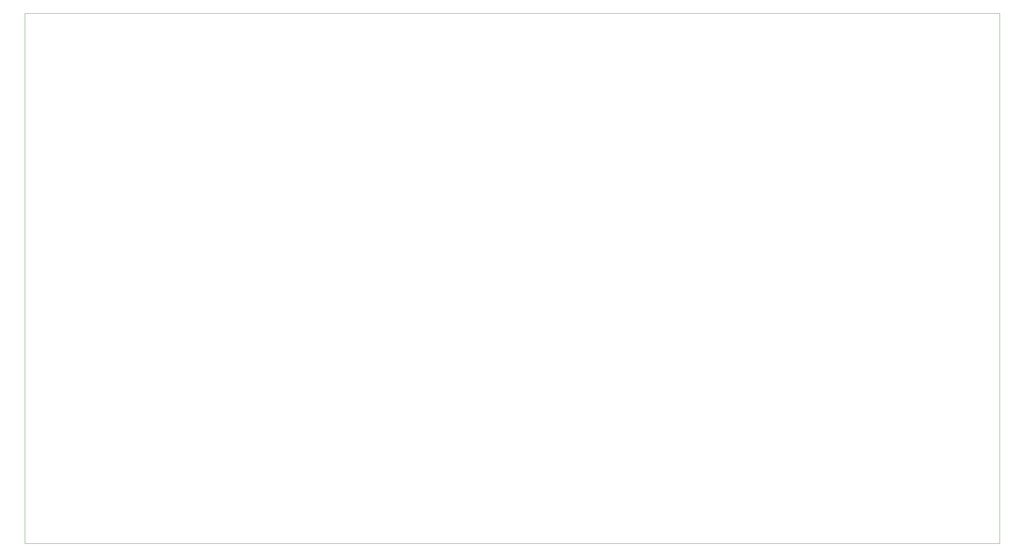
<source format=gm1>
G04*
G04 #@! TF.GenerationSoftware,Altium Limited,Altium Designer,21.4.1 (30)*
G04*
G04 Layer_Color=16711935*
%FSLAX44Y44*%
%MOMM*%
G71*
G04*
G04 #@! TF.SameCoordinates,2D73B175-FFCD-4784-8361-F00341A9FACE*
G04*
G04*
G04 #@! TF.FilePolarity,Positive*
G04*
G01*
G75*
%ADD41C,0.1000*%
D41*
X2300000Y0D02*
Y1252400D01*
X-0Y0D02*
X0Y1252400D01*
X-0D02*
X2300000D01*
X0Y0D02*
X2300000D01*
Y1252400D01*
X-0Y0D02*
X0Y1252400D01*
X-0D02*
X2300000D01*
X0Y0D02*
X2300000D01*
M02*

</source>
